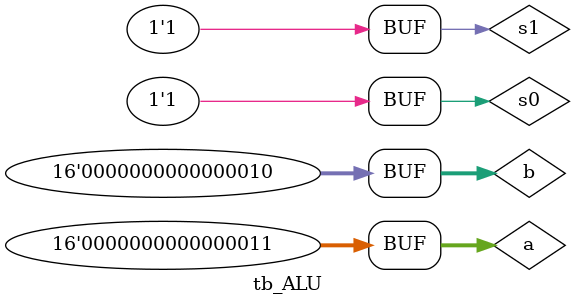
<source format=sv>

module tb_ALU();
    logic [15:0] a;
    logic [15:0] b;
    logic  s0, s1;
    logic [15:0] out;
    
    
    alu dut(a, b, s0,s1, out);
        
    initial begin
      a = 16'b0001; b = 16'b0000; s0 = 0; s1 = 0; #5;
      a = 16'b0010; b = 16'b0010; s0 = 1; s1 = 0; #5;
      a = 16'b0011; b = 16'b0010; s0 = 0; s1 = 1; #5;
      a = 16'b0011; b = 16'b0010; s0 = 1; s1 = 1; #5;
      
    end
endmodule

</source>
